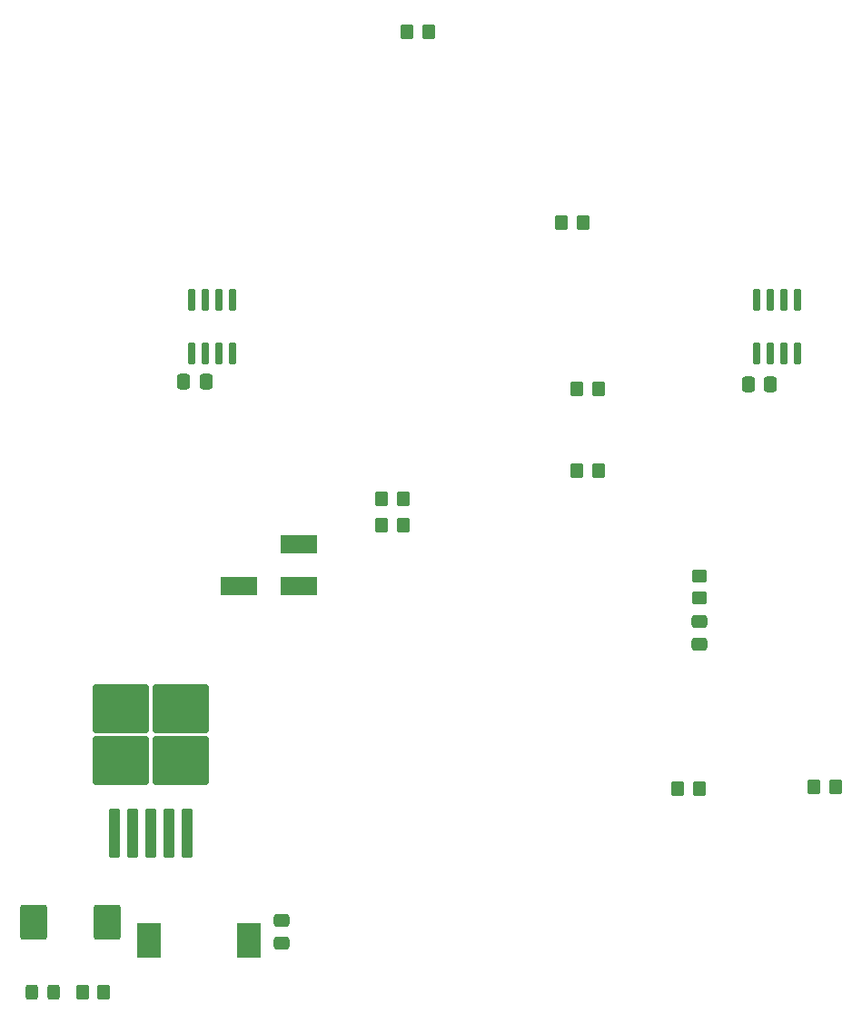
<source format=gtp>
G04 #@! TF.GenerationSoftware,KiCad,Pcbnew,(7.0.0)*
G04 #@! TF.CreationDate,2023-09-27T17:19:24+02:00*
G04 #@! TF.ProjectId,Rover_1,526f7665-725f-4312-9e6b-696361645f70,rev?*
G04 #@! TF.SameCoordinates,Original*
G04 #@! TF.FileFunction,Paste,Top*
G04 #@! TF.FilePolarity,Positive*
%FSLAX46Y46*%
G04 Gerber Fmt 4.6, Leading zero omitted, Abs format (unit mm)*
G04 Created by KiCad (PCBNEW (7.0.0)) date 2023-09-27 17:19:24*
%MOMM*%
%LPD*%
G01*
G04 APERTURE LIST*
G04 Aperture macros list*
%AMRoundRect*
0 Rectangle with rounded corners*
0 $1 Rounding radius*
0 $2 $3 $4 $5 $6 $7 $8 $9 X,Y pos of 4 corners*
0 Add a 4 corners polygon primitive as box body*
4,1,4,$2,$3,$4,$5,$6,$7,$8,$9,$2,$3,0*
0 Add four circle primitives for the rounded corners*
1,1,$1+$1,$2,$3*
1,1,$1+$1,$4,$5*
1,1,$1+$1,$6,$7*
1,1,$1+$1,$8,$9*
0 Add four rect primitives between the rounded corners*
20,1,$1+$1,$2,$3,$4,$5,0*
20,1,$1+$1,$4,$5,$6,$7,0*
20,1,$1+$1,$6,$7,$8,$9,0*
20,1,$1+$1,$8,$9,$2,$3,0*%
G04 Aperture macros list end*
%ADD10R,3.430000X1.780000*%
%ADD11RoundRect,0.042000X-0.258000X0.943000X-0.258000X-0.943000X0.258000X-0.943000X0.258000X0.943000X0*%
%ADD12RoundRect,0.250000X-0.350000X-0.450000X0.350000X-0.450000X0.350000X0.450000X-0.350000X0.450000X0*%
%ADD13RoundRect,0.250000X0.350000X0.450000X-0.350000X0.450000X-0.350000X-0.450000X0.350000X-0.450000X0*%
%ADD14RoundRect,0.250000X0.450000X-0.350000X0.450000X0.350000X-0.450000X0.350000X-0.450000X-0.350000X0*%
%ADD15RoundRect,0.250000X0.337500X0.475000X-0.337500X0.475000X-0.337500X-0.475000X0.337500X-0.475000X0*%
%ADD16RoundRect,0.250000X-0.325000X-0.450000X0.325000X-0.450000X0.325000X0.450000X-0.325000X0.450000X0*%
%ADD17R,2.200000X3.200000*%
%ADD18RoundRect,0.250000X-0.475000X0.337500X-0.475000X-0.337500X0.475000X-0.337500X0.475000X0.337500X0*%
%ADD19RoundRect,0.250000X0.475000X-0.337500X0.475000X0.337500X-0.475000X0.337500X-0.475000X-0.337500X0*%
%ADD20RoundRect,0.250000X0.300000X-2.050000X0.300000X2.050000X-0.300000X2.050000X-0.300000X-2.050000X0*%
%ADD21RoundRect,0.250000X2.375000X-2.025000X2.375000X2.025000X-2.375000X2.025000X-2.375000X-2.025000X0*%
%ADD22RoundRect,0.250000X-1.000000X1.400000X-1.000000X-1.400000X1.000000X-1.400000X1.000000X1.400000X0*%
G04 APERTURE END LIST*
D10*
X126999999Y-114099999D03*
D11*
X173505000Y-87425000D03*
X172235000Y-87425000D03*
X170965000Y-87425000D03*
X169695000Y-87425000D03*
X169695000Y-92375000D03*
X170965000Y-92375000D03*
X172235000Y-92375000D03*
X173505000Y-92375000D03*
D12*
X151500000Y-80200000D03*
X153500000Y-80200000D03*
D13*
X154900000Y-103300000D03*
X152900000Y-103300000D03*
D14*
X164300000Y-115140000D03*
X164300000Y-113140000D03*
D12*
X162300000Y-132945000D03*
X164300000Y-132945000D03*
D13*
X154900000Y-95700000D03*
X152900000Y-95700000D03*
D15*
X118337500Y-95000000D03*
X116262500Y-95000000D03*
D16*
X102075000Y-151900000D03*
X104125000Y-151900000D03*
D17*
X113049999Y-147099999D03*
X122349999Y-147099999D03*
D18*
X164300000Y-117402500D03*
X164300000Y-119477500D03*
D10*
X126999999Y-110199999D03*
D19*
X125400000Y-147337500D03*
X125400000Y-145262500D03*
D20*
X109800000Y-137075000D03*
X111500000Y-137075000D03*
X113200000Y-137075000D03*
X114900000Y-137075000D03*
X116600000Y-137075000D03*
D21*
X110425000Y-130350000D03*
X115975000Y-130350000D03*
X110425000Y-125500000D03*
X115975000Y-125500000D03*
D12*
X134700000Y-105900000D03*
X136700000Y-105900000D03*
D22*
X109100000Y-145400000D03*
X102300000Y-145400000D03*
D13*
X139100000Y-62400000D03*
X137100000Y-62400000D03*
X108800000Y-151900000D03*
X106800000Y-151900000D03*
D12*
X134700000Y-108400000D03*
X136700000Y-108400000D03*
X175000000Y-132760000D03*
X177000000Y-132760000D03*
D15*
X170937500Y-95300000D03*
X168862500Y-95300000D03*
D11*
X120805000Y-87425000D03*
X119535000Y-87425000D03*
X118265000Y-87425000D03*
X116995000Y-87425000D03*
X116995000Y-92375000D03*
X118265000Y-92375000D03*
X119535000Y-92375000D03*
X120805000Y-92375000D03*
D10*
X121399999Y-114099999D03*
M02*

</source>
